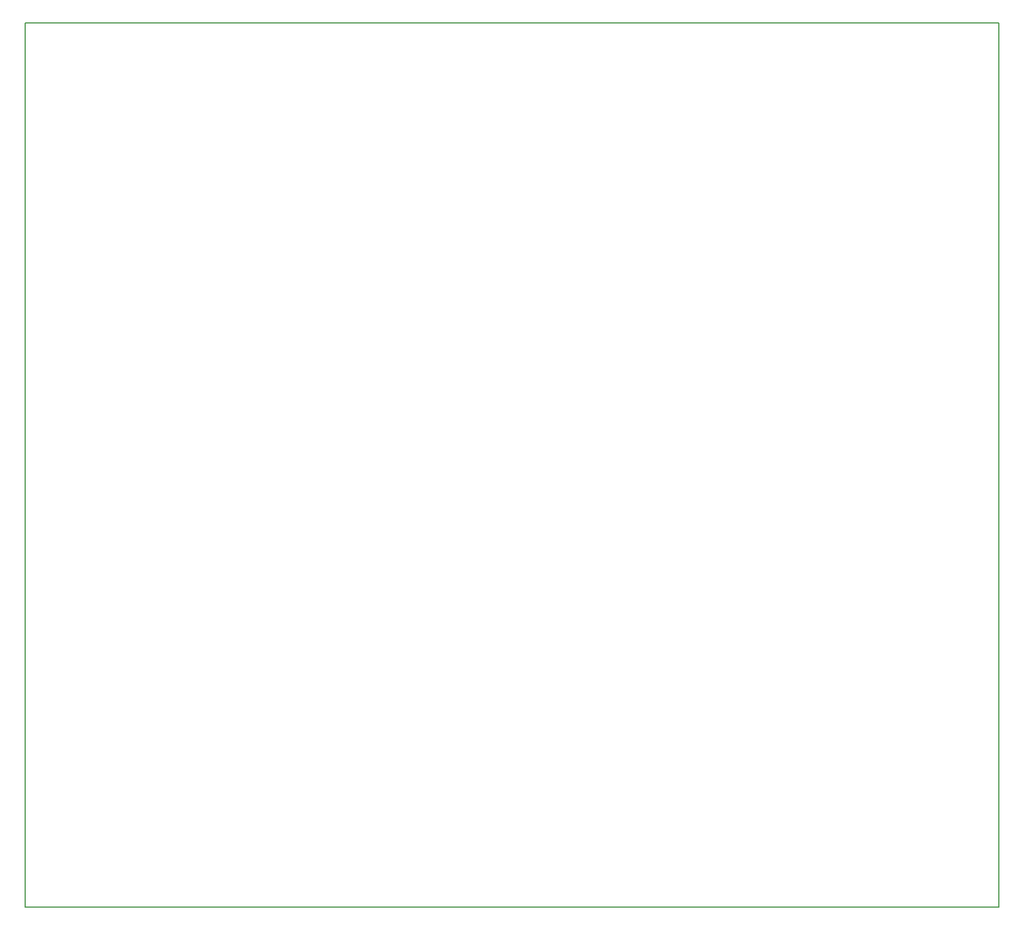
<source format=gm1>
G04 #@! TF.GenerationSoftware,KiCad,Pcbnew,8.0.1*
G04 #@! TF.CreationDate,2024-05-29T20:25:03-07:00*
G04 #@! TF.ProjectId,8-Bit-Computer,382d4269-742d-4436-9f6d-70757465722e,rev?*
G04 #@! TF.SameCoordinates,Original*
G04 #@! TF.FileFunction,Profile,NP*
%FSLAX46Y46*%
G04 Gerber Fmt 4.6, Leading zero omitted, Abs format (unit mm)*
G04 Created by KiCad (PCBNEW 8.0.1) date 2024-05-29 20:25:03*
%MOMM*%
%LPD*%
G01*
G04 APERTURE LIST*
G04 #@! TA.AperFunction,Profile*
%ADD10C,0.200000*%
G04 #@! TD*
G04 APERTURE END LIST*
D10*
X27500000Y-35000000D02*
X175000000Y-35000000D01*
X175000000Y-169000000D01*
X27500000Y-169000000D01*
X27500000Y-35000000D01*
M02*

</source>
